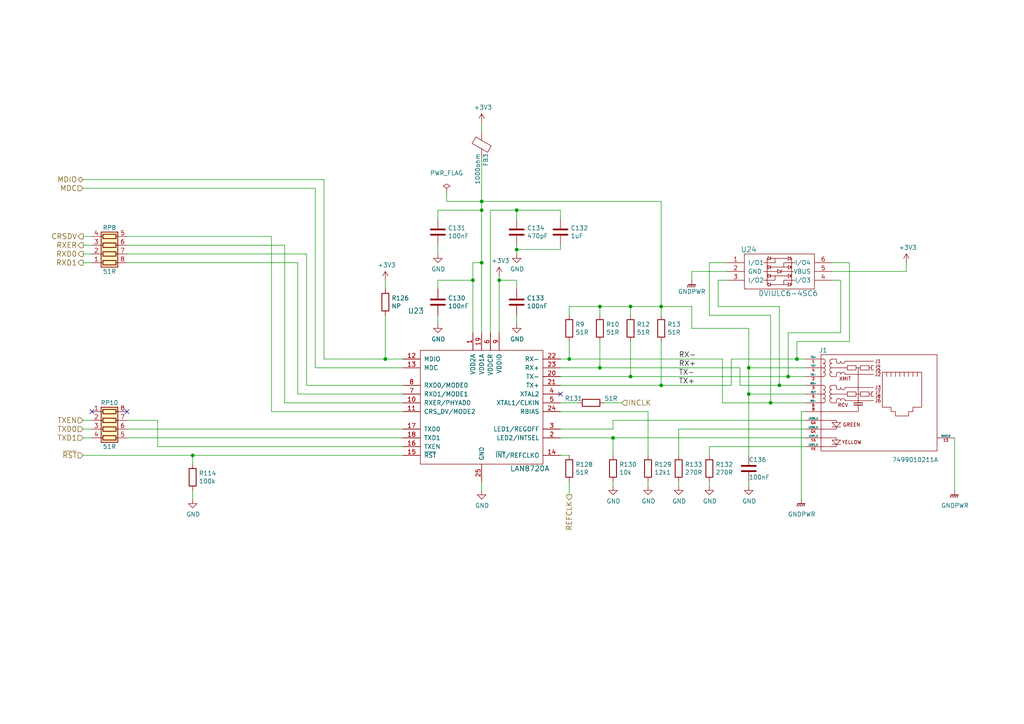
<source format=kicad_sch>
(kicad_sch (version 20211123) (generator eeschema)
  (paper "A4")
  (title_block (title "Ethernet Connector") (date "2016-06-19"))
  (lib_symbols
    (symbol "Device:C" (pin_numbers hide) (pin_names (offset 0.254))
      (property "Reference" "C" (at 0.635 2.54 0))
      (property "Value" "C" (at 0.635 -2.54 0))
      (symbol "C_0_1"
        (polyline (pts (xy -2.032 -0.762) (xy 2.032 -0.762)) (stroke (width 0.508)))
        (polyline (pts (xy -2.032 0.762) (xy 2.032 0.762)) (stroke (width 0.508)))
      )
      (symbol "C_1_1"
        (pin passive line (at 0 3.81 270) (length 2.794) (name "~") (number "1"))
        (pin passive line (at 0 -3.81 90) (length 2.794) (name "~") (number "2"))
      )
    )
    (symbol "Device:R" (pin_numbers hide) (pin_names (offset 0))
      (property "Reference" "R" (at 2.032 0 90))
      (property "Value" "R" (at 0 0 90))
      (symbol "R_0_1"
        (rectangle (start -1.016 -2.54) (end 1.016 2.54) (stroke (width 0.254)))
      )
      (symbol "R_1_1"
        (pin passive line (at 0 3.81 270) (length 1.27) (name "~") (number "1"))
        (pin passive line (at 0 -3.81 90) (length 1.27) (name "~") (number "2"))
      )
    )
    (symbol "Device:R_Pack04" (pin_names (offset 0) hide)
      (property "Reference" "RN" (at -7.62 0 90))
      (property "Value" "R_Pack04" (at 5.08 0 90))
      (symbol "R_Pack04_0_1"
        (rectangle (start -6.35 -2.413) (end 3.81 2.413) (stroke (width 0.254)) (fill (type background)))
        (rectangle (start -5.715 1.905) (end -4.445 -1.905) (stroke (width 0.254)))
        (rectangle (start -3.175 1.905) (end -1.905 -1.905) (stroke (width 0.254)))
        (rectangle (start -0.635 1.905) (end 0.635 -1.905) (stroke (width 0.254)))
        (polyline (pts (xy -5.08 -2.54) (xy -5.08 -1.905)))
        (polyline (pts (xy -5.08 1.905) (xy -5.08 2.54)))
        (polyline (pts (xy -2.54 -2.54) (xy -2.54 -1.905)))
        (polyline (pts (xy -2.54 1.905) (xy -2.54 2.54)))
        (polyline (pts (xy 0 -2.54) (xy 0 -1.905)))
        (polyline (pts (xy 0 1.905) (xy 0 2.54)))
        (polyline (pts (xy 2.54 -2.54) (xy 2.54 -1.905)))
        (polyline (pts (xy 2.54 1.905) (xy 2.54 2.54)))
        (rectangle (start 1.905 1.905) (end 3.175 -1.905) (stroke (width 0.254)))
      )
      (symbol "R_Pack04_1_1"
        (pin passive line (at -5.08 -5.08 90) (length 2.54) (name "R1.1") (number "1"))
        (pin passive line (at -2.54 -5.08 90) (length 2.54) (name "R2.1") (number "2"))
        (pin passive line (at 0 -5.08 90) (length 2.54) (name "R3.1") (number "3"))
        (pin passive line (at 2.54 -5.08 90) (length 2.54) (name "R4.1") (number "4"))
        (pin passive line (at 2.54 5.08 270) (length 2.54) (name "R4.2") (number "5"))
        (pin passive line (at 0 5.08 270) (length 2.54) (name "R3.2") (number "6"))
        (pin passive line (at -2.54 5.08 270) (length 2.54) (name "R2.2") (number "7"))
        (pin passive line (at -5.08 5.08 270) (length 2.54) (name "R1.2") (number "8"))
      )
    )
    (symbol "Mainboard-rescue:+3.3V-power" (power) (pin_names (offset 0))
      (property "Value" "+3.3V-power" (at 0 3.556 0))
      (symbol "+3.3V-power_0_1"
        (polyline (pts (xy -0.762 1.27) (xy 0 2.54)))
        (polyline (pts (xy 0 0) (xy 0 2.54)))
        (polyline (pts (xy 0 2.54) (xy 0.762 1.27)))
      )
      (symbol "+3.3V-power_1_1"
        (pin power_in line (at 0 0 90) (length 0) hide (name "+3V3") (number "1"))
      )
    )
    (symbol "Mainboard-rescue:Ferrite_Bead-Device" (pin_numbers hide) (pin_names (offset 0))
      (property "Reference" "FB" (at -3.81 0.635 90))
      (property "Value" "Ferrite_Bead-Device" (at 3.81 0 90))
      (symbol "Ferrite_Bead-Device_0_1"
        (polyline (pts (xy 0 -1.27) (xy 0 -1.2192)))
        (polyline (pts (xy 0 1.27) (xy 0 1.2954)))
        (polyline (pts (xy -2.7686 0.4064) (xy -1.7018 2.2606) (xy 2.7686 -0.3048) (xy 1.6764 -2.159) (xy -2.7686 0.4064)))
      )
      (symbol "Ferrite_Bead-Device_1_1"
        (pin passive line (at 0 3.81 270) (length 2.54) (name "~") (number "1"))
        (pin passive line (at 0 -3.81 90) (length 2.54) (name "~") (number "2"))
      )
    )
    (symbol "Mainboard-rescue:GND-power" (power) (pin_names (offset 0))
      (property "Value" "GND-power" (at 0 -3.81 0))
      (symbol "GND-power_0_1"
        (polyline (pts (xy 0 0) (xy 0 -1.27) (xy 1.27 -1.27) (xy 0 -2.54) (xy -1.27 -1.27) (xy 0 -1.27)))
      )
      (symbol "GND-power_1_1"
        (pin power_in line (at 0 0 270) (length 0) hide (name "GND") (number "1"))
      )
    )
    (symbol "Mainboard-rescue:GNDPWR-power" (power) (pin_names (offset 0))
      (property "Value" "GNDPWR-power" (at 0 -3.302 0))
      (symbol "GNDPWR-power_0_1"
        (polyline (pts (xy 0 -1.27) (xy 0 0)))
        (polyline (pts (xy -1.016 -1.27) (xy -1.27 -2.032) (xy -1.27 -2.032)) (stroke (width 0.2032)))
        (polyline (pts (xy -0.508 -1.27) (xy -0.762 -2.032) (xy -0.762 -2.032)) (stroke (width 0.2032)))
        (polyline (pts (xy 0 -1.27) (xy -0.254 -2.032) (xy -0.254 -2.032)) (stroke (width 0.2032)))
        (polyline (pts (xy 0.508 -1.27) (xy 0.254 -2.032) (xy 0.254 -2.032)) (stroke (width 0.2032)))
        (polyline (pts (xy 1.016 -1.27) (xy -1.016 -1.27) (xy -1.016 -1.27)) (stroke (width 0.2032)))
        (polyline (pts (xy 1.016 -1.27) (xy 0.762 -2.032) (xy 0.762 -2.032) (xy 0.762 -2.032)) (stroke (width 0.2032)))
      )
      (symbol "GNDPWR-power_1_1"
        (pin power_in line (at 0 0 270) (length 0) hide (name "GNDPWR") (number "1"))
      )
    )
    (symbol "Mainboard-rescue:PWR_FLAG-power" (power) (pin_numbers hide) (pin_names (offset 0) hide)
      (property "Value" "PWR_FLAG-power" (at 0 3.81 0))
      (symbol "PWR_FLAG-power_0_0"
        (pin power_out line (at 0 0 90) (length 0) (name "pwr") (number "1"))
      )
      (symbol "PWR_FLAG-power_0_1"
        (polyline (pts (xy 0 0) (xy 0 1.27) (xy -1.016 1.905) (xy 0 2.54) (xy 1.016 1.905) (xy 0 1.27)))
      )
    )
    (symbol "Mainboard:DVIULC6-4SC6" (pin_names (offset 1.016))
      (property "Reference" "U" (at -8.89 6.35 0))
      (property "Value" "DVIULC6-4SC6" (at 2.54 -6.35 0))
      (symbol "DVIULC6-4SC6_0_1"
        (rectangle (start -10.16 5.08) (end 10.16 -5.08))
        (polyline (pts (xy -3.556 0) (xy -4.572 0)))
        (polyline (pts (xy -3.556 3.81) (xy -3.556 -3.81)))
        (polyline (pts (xy -3.302 -3.81) (xy -3.556 -3.81)))
        (polyline (pts (xy -3.302 -1.27) (xy -3.556 -1.27)))
        (polyline (pts (xy -3.302 1.27) (xy -3.556 1.27)))
        (polyline (pts (xy -3.302 3.81) (xy -3.556 3.81)))
        (polyline (pts (xy -2.54 -3.81) (xy 2.54 -3.81)))
        (polyline (pts (xy -2.54 -3.302) (xy -2.54 -4.318)))
        (polyline (pts (xy -2.54 -1.27) (xy 2.54 -1.27)))
        (polyline (pts (xy -2.54 -0.762) (xy -2.54 -1.778)))
        (polyline (pts (xy -2.54 1.27) (xy 2.54 1.27)))
        (polyline (pts (xy -2.54 1.778) (xy -2.54 0.762)))
        (polyline (pts (xy -2.54 3.81) (xy 2.54 3.81)))
        (polyline (pts (xy -2.54 4.318) (xy -2.54 3.302)))
        (polyline (pts (xy -1.27 2.54) (xy -4.572 2.54)))
        (polyline (pts (xy -1.27 3.81) (xy -1.27 2.54)))
        (polyline (pts (xy -0.508 0) (xy -3.556 0)))
        (polyline (pts (xy 0.508 0) (xy 3.556 0)))
        (polyline (pts (xy 3.302 -3.81) (xy 3.556 -3.81)))
        (polyline (pts (xy 3.302 -3.302) (xy 3.302 -4.318)))
        (polyline (pts (xy 3.302 -1.778) (xy 3.302 -0.762)))
        (polyline (pts (xy 3.302 -1.27) (xy 3.556 -1.27)))
        (polyline (pts (xy 3.302 1.27) (xy 3.556 1.27)))
        (polyline (pts (xy 3.302 1.778) (xy 3.302 0.762)))
        (polyline (pts (xy 3.302 3.81) (xy 3.556 3.81)))
        (polyline (pts (xy 3.302 4.318) (xy 3.302 3.302)))
        (polyline (pts (xy 3.556 0) (xy 4.064 0)))
        (polyline (pts (xy 3.556 3.81) (xy 3.556 -3.81)))
        (polyline (pts (xy -4.572 -2.54) (xy -1.27 -2.54) (xy -1.27 -1.27)))
        (polyline (pts (xy 1.27 -3.81) (xy 1.27 -2.54) (xy 4.572 -2.54)))
        (polyline (pts (xy 1.27 1.27) (xy 1.27 2.54) (xy 4.572 2.54)))
        (polyline (pts (xy -3.302 -3.302) (xy -3.302 -4.318) (xy -2.54 -3.81) (xy -3.302 -3.302)))
        (polyline (pts (xy -3.302 -0.762) (xy -3.302 -1.778) (xy -2.54 -1.27) (xy -3.302 -0.762)))
        (polyline (pts (xy -3.302 1.778) (xy -3.302 0.762) (xy -2.54 1.27) (xy -3.302 1.778)))
        (polyline (pts (xy -3.302 3.302) (xy -3.302 4.318) (xy -2.54 3.81) (xy -3.302 3.302)))
        (polyline (pts (xy -0.508 0.508) (xy -0.508 -0.508) (xy 0.508 0) (xy -0.508 0.508)))
        (polyline (pts (xy 0.762 0.508) (xy 0.508 0.254) (xy 0.508 -0.254) (xy 0.254 -0.508)))
        (polyline (pts (xy 2.54 -3.302) (xy 2.54 -4.318) (xy 3.302 -3.81) (xy 2.54 -3.302)))
        (polyline (pts (xy 2.54 3.302) (xy 2.54 4.318) (xy 3.302 3.81) (xy 2.54 3.302)))
        (polyline (pts (xy 3.302 -1.27) (xy 2.54 -0.762) (xy 2.54 -1.778) (xy 3.302 -1.27)))
        (polyline (pts (xy 3.302 1.27) (xy 2.54 0.762) (xy 2.54 1.778) (xy 3.302 1.27)))
      )
      (symbol "DVIULC6-4SC6_1_1"
        (pin passive line (at -15.24 2.54 0) (length 5.08) (name "I/O1") (number "1"))
        (pin passive line (at -15.24 0 0) (length 5.08) (name "GND") (number "2"))
        (pin passive line (at -15.24 -2.54 0) (length 5.08) (name "I/O2") (number "3"))
        (pin passive line (at 15.24 -2.54 180) (length 5.08) (name "I/O3") (number "4"))
        (pin passive line (at 15.24 0 180) (length 5.08) (name "VBUS") (number "5"))
        (pin passive line (at 15.24 2.54 180) (length 5.08) (name "I/O4") (number "6"))
      )
    )
    (symbol "Mainboard:LAN8720A-CP" (pin_names (offset 1.016))
      (property "Reference" "U" (at -19.05 17.78 0))
      (property "Value" "LAN8720A-CP" (at 12.7 -19.05 0))
      (symbol "LAN8720A-CP_0_1"
        (rectangle (start -17.78 15.24) (end 17.78 -17.78))
      )
      (symbol "LAN8720A-CP_1_1"
        (pin power_in line (at -2.54 20.32 270) (length 5.08) (name "VDD2A") (number "1"))
        (pin bidirectional line (at -22.86 0 0) (length 5.08) (name "RXER/PHYAD0") (number "10"))
        (pin bidirectional line (at -22.86 -2.54 0) (length 5.08) (name "CRS_DV/MODE2") (number "11"))
        (pin bidirectional line (at -22.86 12.7 0) (length 5.08) (name "MDIO") (number "12"))
        (pin input line (at -22.86 10.16 0) (length 5.08) (name "MDC") (number "13"))
        (pin bidirectional line (at 22.86 -15.24 180) (length 5.08) (name "~{INT}/REFCLKO") (number "14"))
        (pin input line (at -22.86 -15.24 0) (length 5.08) (name "~{RST}") (number "15"))
        (pin input line (at -22.86 -12.7 0) (length 5.08) (name "TXEN") (number "16"))
        (pin input line (at -22.86 -7.62 0) (length 5.08) (name "TXD0") (number "17"))
        (pin input line (at -22.86 -10.16 0) (length 5.08) (name "TXD1") (number "18"))
        (pin power_in line (at 0 20.32 270) (length 5.08) (name "VDD1A") (number "19"))
        (pin bidirectional line (at 22.86 -10.16 180) (length 5.08) (name "LED2/INTSEL") (number "2"))
        (pin bidirectional line (at 22.86 7.62 180) (length 5.08) (name "TX-") (number "20"))
        (pin bidirectional line (at 22.86 5.08 180) (length 5.08) (name "TX+") (number "21"))
        (pin bidirectional line (at 22.86 12.7 180) (length 5.08) (name "RX-") (number "22"))
        (pin bidirectional line (at 22.86 10.16 180) (length 5.08) (name "RX+") (number "23"))
        (pin passive line (at 22.86 -2.54 180) (length 5.08) (name "RBIAS") (number "24"))
        (pin power_in line (at 0 -22.86 90) (length 5.08) (name "GND") (number "25"))
        (pin bidirectional line (at 22.86 -7.62 180) (length 5.08) (name "LED1/REGOFF") (number "3"))
        (pin output line (at 22.86 2.54 180) (length 5.08) (name "XTAL2") (number "4"))
        (pin input line (at 22.86 0 180) (length 5.08) (name "XTAL1/CLKIN") (number "5"))
        (pin passive line (at 2.54 20.32 270) (length 5.08) (name "VDDCR") (number "6"))
        (pin bidirectional line (at -22.86 2.54 0) (length 5.08) (name "RXD1/MODE1") (number "7"))
        (pin bidirectional line (at -22.86 5.08 0) (length 5.08) (name "RXD0/MODE0") (number "8"))
        (pin power_in line (at 5.08 20.32 270) (length 5.08) (name "VDDIO") (number "9"))
      )
    )
    (symbol "Mainboard:Wuerth_7499010211A" (pin_names (offset 0))
      (property "Reference" "J" (at 2.54 15.24 0))
      (property "Value" "Wuerth_7499010211A" (at -1.27 15.24 0))
      (symbol "Wuerth_7499010211A_0_0"
        (polyline (pts (xy -17.78 -12.065) (xy -20.32 -12.065) (xy -20.32 -12.065)))
        (polyline (pts (xy -17.78 -6.985) (xy -20.32 -6.985) (xy -20.32 -6.985)))
        (polyline (pts (xy -12.7 2.54) (xy -12.7 0) (xy -12.7 0)))
        (polyline (pts (xy -12.7 10.16) (xy -12.7 2.54) (xy -12.7 2.54)))
        (polyline (pts (xy -11.43 -0.635) (xy -13.97 -0.635) (xy -13.97 -0.635)) (stroke (width 0.254)))
        (polyline (pts (xy -8.89 2.54) (xy -9.525 2.54) (xy -9.525 2.54)))
        (polyline (pts (xy -8.89 10.16) (xy -9.525 10.16) (xy -9.525 10.16)))
        (polyline (pts (xy -23.495 -12.7) (xy -19.05 -12.7) (xy -19.05 -12.065) (xy -19.05 -12.065)))
        (polyline (pts (xy -23.495 -10.16) (xy -19.05 -10.16) (xy -19.05 -10.795) (xy -19.05 -10.795)))
        (polyline (pts (xy -23.495 -5.08) (xy -19.05 -5.08) (xy -19.05 -5.715) (xy -19.05 -5.715)))
        (polyline (pts (xy -19.05 -6.985) (xy -19.05 -7.62) (xy -23.495 -7.62) (xy -22.86 -7.62)))
        (polyline (pts (xy -12.7 -0.635) (xy -12.7 -2.54) (xy -23.495 -2.54) (xy -22.225 -2.54)))
        (polyline (pts (xy -11.43 0) (xy -13.335 0) (xy -13.97 0) (xy -13.97 0)) (stroke (width 0.254)))
        (polyline (pts (xy -20.32 -5.715) (xy -17.78 -5.715) (xy -19.05 -6.985) (xy -20.32 -5.715) (xy -20.32 -5.715)))
        (polyline (pts (xy -17.78 -10.795) (xy -20.32 -10.795) (xy -19.05 -12.065) (xy -17.78 -10.795) (xy -17.78 -10.795)))
        (polyline (pts (xy -8.255 3.175) (xy -8.89 3.175) (xy -8.89 1.905) (xy -8.255 1.905) (xy -8.255 1.905)))
        (polyline (pts (xy -8.255 10.795) (xy -8.89 10.795) (xy -8.89 9.525) (xy -8.255 9.525) (xy -8.255 9.525)))
        (text "GREEN" (at -14.605 -6.35 0) (effects (font (size 1.016 1.016))))
        (text "J1" (at -6.985 12.065 0) (effects (font (size 1.016 1.016))))
        (text "J2" (at -6.985 8.255 0) (effects (font (size 1.016 1.016))))
        (text "J3" (at -6.985 4.445 0) (effects (font (size 1.016 1.016))))
        (text "J4" (at -6.985 10.16 0) (effects (font (size 0.889 0.889)) (justify bottom)))
        (text "J5" (at -6.985 9.525 0) (effects (font (size 0.889 0.889))))
        (text "J6" (at -6.985 0.635 0) (effects (font (size 1.016 1.016))))
        (text "J7" (at -6.985 2.54 0) (effects (font (size 0.889 0.889)) (justify bottom)))
        (text "J8" (at -6.985 1.905 0) (effects (font (size 0.889 0.889))))
        (text "RCV" (at -17.145 -0.635 0) (effects (font (size 1.016 1.016))))
        (text "XMIT" (at -16.51 6.985 0) (effects (font (size 1.016 1.016))))
        (text "YELLOW" (at -14.605 -11.43 0) (effects (font (size 1.016 1.016))))
      )
      (symbol "Wuerth_7499010211A_0_1"
        (rectangle (start -23.495 -13.97) (end 10.16 13.97))
        (arc (start -22.86 0) (mid -22.225 0.635) (end -22.86 1.27))
        (arc (start -22.86 1.27) (mid -22.225 1.905) (end -22.86 2.54))
        (arc (start -22.86 2.54) (mid -22.225 3.175) (end -22.86 3.81))
        (arc (start -22.86 3.81) (mid -22.225 4.445) (end -22.86 5.08))
        (arc (start -22.86 7.62) (mid -22.225 8.255) (end -22.86 8.89))
        (arc (start -22.86 8.89) (mid -22.225 9.525) (end -22.86 10.16))
        (arc (start -22.86 10.16) (mid -22.225 10.795) (end -22.86 11.43))
        (arc (start -22.86 11.43) (mid -22.225 12.065) (end -22.86 12.7))
        (arc (start -20.32 1.27) (mid -20.955 0.635) (end -20.32 0))
        (arc (start -20.32 2.54) (mid -20.955 1.905) (end -20.32 1.27))
        (arc (start -20.32 3.81) (mid -20.955 3.175) (end -20.32 2.54))
        (arc (start -20.32 5.08) (mid -20.955 4.445) (end -20.32 3.81))
        (arc (start -20.32 8.89) (mid -20.955 8.255) (end -20.32 7.62))
        (arc (start -20.32 10.16) (mid -20.955 9.525) (end -20.32 8.89))
        (arc (start -20.32 11.43) (mid -20.955 10.795) (end -20.32 10.16))
        (arc (start -20.32 12.7) (mid -20.955 12.065) (end -20.32 11.43))
        (arc (start -19.05 4.445) (mid -18.415 3.81) (end -17.78 4.445))
        (arc (start -19.05 12.065) (mid -18.415 11.43) (end -17.78 12.065))
        (arc (start -17.78 0.635) (mid -18.415 1.27) (end -19.05 0.635))
        (arc (start -17.78 4.445) (mid -17.145 3.81) (end -16.51 4.445))
        (arc (start -17.78 8.255) (mid -18.415 8.89) (end -19.05 8.255))
        (arc (start -17.78 12.065) (mid -17.145 11.43) (end -16.51 12.065))
        (arc (start -16.51 0.635) (mid -17.145 1.27) (end -17.78 0.635))
        (arc (start -16.51 8.255) (mid -17.145 8.89) (end -17.78 8.255))
        (rectangle (start -15.875 3.175) (end -13.335 1.905))
        (rectangle (start -15.875 10.795) (end -13.335 9.525))
        (rectangle (start -12.065 3.175) (end -9.525 1.905))
        (rectangle (start -12.065 10.795) (end -9.525 9.525))
        (polyline (pts (xy -22.86 0) (xy -23.495 0) (xy -23.495 0)))
        (polyline (pts (xy -22.86 2.54) (xy -23.495 2.54) (xy -23.495 2.54)))
        (polyline (pts (xy -22.86 5.08) (xy -23.495 5.08) (xy -23.495 5.08)))
        (polyline (pts (xy -22.86 7.62) (xy -23.495 7.62) (xy -23.495 7.62)))
        (polyline (pts (xy -22.86 10.16) (xy -23.495 10.16) (xy -23.495 10.16)))
        (polyline (pts (xy -16.51 0.635) (xy -8.255 0.635) (xy -8.255 0.635)))
        (polyline (pts (xy -16.51 4.445) (xy -8.255 4.445) (xy -8.255 4.445)))
        (polyline (pts (xy -16.51 8.255) (xy -8.255 8.255) (xy -8.255 8.255)))
        (polyline (pts (xy -16.51 12.065) (xy -8.255 12.065) (xy -8.255 12.065)))
        (polyline (pts (xy -13.335 2.54) (xy -12.065 2.54) (xy -12.065 2.54)))
        (polyline (pts (xy -13.335 10.16) (xy -12.065 10.16) (xy -12.065 10.16)))
        (polyline (pts (xy -4.445 7.62) (xy -4.445 8.89) (xy -4.445 8.89)))
        (polyline (pts (xy -3.175 8.89) (xy -3.175 7.62) (xy -3.175 7.62)))
        (polyline (pts (xy -1.905 8.89) (xy -1.905 7.62) (xy -1.905 7.62)))
        (polyline (pts (xy -0.635 8.89) (xy -0.635 7.62) (xy -0.635 7.62)))
        (polyline (pts (xy 0.635 8.89) (xy 0.635 7.62) (xy 0.635 7.62)))
        (polyline (pts (xy 1.905 8.89) (xy 1.905 7.62) (xy 1.905 7.62)))
        (polyline (pts (xy 3.175 7.62) (xy 3.175 8.89) (xy 3.175 8.89)))
        (polyline (pts (xy 4.445 7.62) (xy 4.445 8.89) (xy 4.445 8.89)))
        (polyline (pts (xy -22.86 12.7) (xy -23.495 12.7) (xy -23.495 12.7) (xy -23.495 12.7)))
        (polyline (pts (xy -19.05 0.635) (xy -19.05 0) (xy -20.32 0) (xy -20.32 0)))
        (polyline (pts (xy -19.05 8.255) (xy -19.05 7.62) (xy -20.32 7.62) (xy -20.32 7.62)))
        (polyline (pts (xy -15.875 2.54) (xy -20.32 2.54) (xy -20.32 2.54) (xy -20.32 2.54)))
        (polyline (pts (xy -15.875 10.16) (xy -20.32 10.16) (xy -20.32 10.16) (xy -20.32 10.16)))
        (polyline (pts (xy -20.32 5.08) (xy -19.05 5.08) (xy -19.05 4.445) (xy -19.05 4.445) (xy -19.05 4.445) (xy -19.05 4.445)))
        (polyline (pts (xy -20.32 12.7) (xy -19.05 12.7) (xy -19.05 12.065) (xy -19.05 12.065) (xy -19.05 12.065) (xy -19.05 12.065)))
        (polyline (pts (xy -5.715 8.89) (xy 5.715 8.89) (xy 5.715 -1.27) (xy 3.175 -1.27) (xy 3.175 -2.54) (xy 1.905 -2.54) (xy 1.905 -3.81) (xy -1.905 -3.81) (xy -1.905 -2.54) (xy -3.175 -2.54) (xy -3.175 -1.27) (xy -5.715 -1.27) (xy -5.715 8.89) (xy -5.715 8.89)))
      )
      (symbol "Wuerth_7499010211A_1_1"
        (pin passive line (at -27.94 12.7 0) (length 4.445) (name "TD+") (number "1"))
        (pin passive line (at 15.24 -10.16 180) (length 5.08) (name "SHIELD") (number "13"))
        (pin passive line (at -27.94 7.62 0) (length 4.445) (name "TD-") (number "2"))
        (pin passive line (at -27.94 5.08 0) (length 4.445) (name "RD+") (number "3"))
        (pin passive line (at -27.94 10.16 0) (length 4.445) (name "TCT") (number "4"))
        (pin passive line (at -27.94 2.54 0) (length 4.445) (name "RCT") (number "5"))
        (pin passive line (at -27.94 0 0) (length 4.445) (name "RD-") (number "6"))
        (pin passive line (at -27.94 -2.54 0) (length 4.445) (name "~") (number "8"))
        (pin passive line (at -27.94 -5.08 0) (length 4.445) (name "LEDG_A") (number "GA"))
        (pin passive line (at -27.94 -7.62 0) (length 4.445) (name "LEDG_K") (number "GK"))
        (pin passive line (at -27.94 -10.16 0) (length 4.445) (name "LEDY_A") (number "YA"))
        (pin passive line (at -27.94 -12.7 0) (length 4.445) (name "LEDY_K") (number "YK"))
      )
    )
  )
  (junction (at 137.16 81.28))
  (junction (at 191.77 88.9))
  (junction (at 217.17 114.3))
  (junction (at 149.86 72.39))
  (junction (at 217.17 106.68))
  (junction (at 55.88 132.08))
  (junction (at 144.78 81.28))
  (junction (at 165.1 104.14))
  (junction (at 149.86 60.96))
  (junction (at 173.99 106.68))
  (junction (at 177.8 127))
  (junction (at 139.7 58.42))
  (junction (at 182.88 109.22))
  (junction (at 139.7 76.2))
  (junction (at 111.76 104.14))
  (junction (at 191.77 111.76))
  (junction (at 223.52 116.84))
  (junction (at 173.99 88.9))
  (junction (at 226.06 111.76))
  (junction (at 231.14 104.14))
  (junction (at 139.7 60.96))
  (junction (at 182.88 88.9))
  (junction (at 228.6 109.22))
  (no_connect (at 162.56 114.3))
  (no_connect (at 36.83 119.38))
  (no_connect (at 26.67 119.38))
  (wire (pts (xy 142.24 60.96) (xy 149.86 60.96)))
  (wire (pts (xy 233.68 124.46) (xy 196.85 124.46)))
  (wire (pts (xy 162.56 106.68) (xy 173.99 106.68)))
  (wire (pts (xy 243.84 96.52) (xy 228.6 96.52)))
  (wire (pts (xy 162.56 111.76) (xy 191.77 111.76)))
  (wire (pts (xy 182.88 109.22) (xy 228.6 109.22)))
  (wire (pts (xy 24.13 127) (xy 26.67 127)))
  (wire (pts (xy 212.09 104.14) (xy 231.14 104.14)))
  (wire (pts (xy 24.13 73.66) (xy 26.67 73.66)))
  (wire (pts (xy 127 71.12) (xy 127 73.66)))
  (wire (pts (xy 149.86 71.12) (xy 149.86 72.39)))
  (wire (pts (xy 24.13 54.61) (xy 91.44 54.61)))
  (wire (pts (xy 276.86 127) (xy 276.86 142.24)))
  (wire (pts (xy 91.44 54.61) (xy 91.44 106.68)))
  (wire (pts (xy 200.66 88.9) (xy 200.66 95.25)))
  (wire (pts (xy 78.74 68.58) (xy 36.83 68.58)))
  (wire (pts (xy 55.88 132.08) (xy 116.84 132.08)))
  (wire (pts (xy 205.74 129.54) (xy 205.74 132.08)))
  (wire (pts (xy 36.83 121.92) (xy 45.72 121.92)))
  (wire (pts (xy 165.1 104.14) (xy 209.55 104.14)))
  (wire (pts (xy 226.06 111.76) (xy 233.68 111.76)))
  (wire (pts (xy 139.7 60.96) (xy 139.7 76.2)))
  (wire (pts (xy 162.56 104.14) (xy 165.1 104.14)))
  (wire (pts (xy 162.56 72.39) (xy 162.56 71.12)))
  (wire (pts (xy 116.84 116.84) (xy 82.55 116.84)))
  (wire (pts (xy 88.9 73.66) (xy 36.83 73.66)))
  (wire (pts (xy 111.76 81.28) (xy 111.76 83.82)))
  (wire (pts (xy 24.13 76.2) (xy 26.67 76.2)))
  (wire (pts (xy 78.74 119.38) (xy 116.84 119.38)))
  (wire (pts (xy 177.8 139.7) (xy 177.8 140.97)))
  (wire (pts (xy 149.86 63.5) (xy 149.86 60.96)))
  (wire (pts (xy 144.78 81.28) (xy 149.86 81.28)))
  (wire (pts (xy 217.17 106.68) (xy 217.17 114.3)))
  (wire (pts (xy 191.77 99.06) (xy 191.77 111.76)))
  (wire (pts (xy 226.06 111.76) (xy 226.06 88.9)))
  (wire (pts (xy 111.76 91.44) (xy 111.76 104.14)))
  (wire (pts (xy 137.16 81.28) (xy 137.16 96.52)))
  (wire (pts (xy 212.09 111.76) (xy 212.09 104.14)))
  (wire (pts (xy 191.77 88.9) (xy 191.77 91.44)))
  (wire (pts (xy 24.13 121.92) (xy 26.67 121.92)))
  (wire (pts (xy 93.98 52.07) (xy 24.13 52.07)))
  (wire (pts (xy 162.56 109.22) (xy 182.88 109.22)))
  (wire (pts (xy 187.96 119.38) (xy 187.96 132.08)))
  (wire (pts (xy 217.17 95.25) (xy 217.17 106.68)))
  (wire (pts (xy 173.99 106.68) (xy 214.63 106.68)))
  (wire (pts (xy 262.89 78.74) (xy 262.89 76.2)))
  (wire (pts (xy 173.99 88.9) (xy 182.88 88.9)))
  (wire (pts (xy 210.82 76.2) (xy 205.74 76.2)))
  (wire (pts (xy 149.86 60.96) (xy 162.56 60.96)))
  (wire (pts (xy 24.13 132.08) (xy 55.88 132.08)))
  (wire (pts (xy 127 93.98) (xy 127 91.44)))
  (wire (pts (xy 45.72 129.54) (xy 116.84 129.54)))
  (wire (pts (xy 55.88 142.24) (xy 55.88 144.78)))
  (wire (pts (xy 177.8 121.92) (xy 233.68 121.92)))
  (wire (pts (xy 144.78 80.01) (xy 144.78 81.28)))
  (wire (pts (xy 246.38 76.2) (xy 241.3 76.2)))
  (wire (pts (xy 231.14 104.14) (xy 233.68 104.14)))
  (wire (pts (xy 88.9 111.76) (xy 88.9 73.66)))
  (wire (pts (xy 137.16 76.2) (xy 139.7 76.2)))
  (wire (pts (xy 241.3 81.28) (xy 243.84 81.28)))
  (wire (pts (xy 111.76 104.14) (xy 116.84 104.14)))
  (wire (pts (xy 165.1 99.06) (xy 165.1 104.14)))
  (wire (pts (xy 177.8 121.92) (xy 177.8 124.46)))
  (wire (pts (xy 149.86 72.39) (xy 162.56 72.39)))
  (wire (pts (xy 129.54 55.88) (xy 129.54 58.42)))
  (wire (pts (xy 149.86 81.28) (xy 149.86 83.82)))
  (wire (pts (xy 93.98 104.14) (xy 111.76 104.14)))
  (wire (pts (xy 191.77 88.9) (xy 200.66 88.9)))
  (wire (pts (xy 24.13 124.46) (xy 26.67 124.46)))
  (wire (pts (xy 246.38 99.06) (xy 246.38 76.2)))
  (wire (pts (xy 162.56 132.08) (xy 165.1 132.08)))
  (wire (pts (xy 55.88 132.08) (xy 55.88 134.62)))
  (wire (pts (xy 209.55 116.84) (xy 223.52 116.84)))
  (wire (pts (xy 223.52 91.44) (xy 223.52 116.84)))
  (wire (pts (xy 214.63 106.68) (xy 214.63 111.76)))
  (wire (pts (xy 127 81.28) (xy 137.16 81.28)))
  (wire (pts (xy 175.26 116.84) (xy 180.34 116.84)))
  (wire (pts (xy 139.7 45.72) (xy 139.7 58.42)))
  (wire (pts (xy 78.74 119.38) (xy 78.74 68.58)))
  (wire (pts (xy 232.41 119.38) (xy 232.41 144.78)))
  (wire (pts (xy 191.77 111.76) (xy 212.09 111.76)))
  (wire (pts (xy 82.55 71.12) (xy 36.83 71.12)))
  (wire (pts (xy 162.56 119.38) (xy 187.96 119.38)))
  (wire (pts (xy 165.1 88.9) (xy 165.1 91.44)))
  (wire (pts (xy 36.83 127) (xy 116.84 127)))
  (wire (pts (xy 36.83 124.46) (xy 116.84 124.46)))
  (wire (pts (xy 231.14 104.14) (xy 231.14 99.06)))
  (wire (pts (xy 214.63 111.76) (xy 226.06 111.76)))
  (wire (pts (xy 241.3 78.74) (xy 262.89 78.74)))
  (wire (pts (xy 144.78 81.28) (xy 144.78 96.52)))
  (wire (pts (xy 233.68 129.54) (xy 205.74 129.54)))
  (wire (pts (xy 182.88 88.9) (xy 191.77 88.9)))
  (wire (pts (xy 173.99 91.44) (xy 173.99 88.9)))
  (wire (pts (xy 200.66 78.74) (xy 210.82 78.74)))
  (wire (pts (xy 139.7 58.42) (xy 139.7 60.96)))
  (wire (pts (xy 139.7 35.56) (xy 139.7 38.1)))
  (wire (pts (xy 191.77 58.42) (xy 191.77 88.9)))
  (wire (pts (xy 182.88 91.44) (xy 182.88 88.9)))
  (wire (pts (xy 127 63.5) (xy 127 60.96)))
  (wire (pts (xy 45.72 121.92) (xy 45.72 129.54)))
  (wire (pts (xy 91.44 106.68) (xy 116.84 106.68)))
  (wire (pts (xy 86.36 76.2) (xy 36.83 76.2)))
  (wire (pts (xy 129.54 58.42) (xy 139.7 58.42)))
  (wire (pts (xy 177.8 124.46) (xy 162.56 124.46)))
  (wire (pts (xy 127 60.96) (xy 139.7 60.96)))
  (wire (pts (xy 142.24 60.96) (xy 142.24 96.52)))
  (wire (pts (xy 86.36 114.3) (xy 86.36 76.2)))
  (wire (pts (xy 228.6 96.52) (xy 228.6 109.22)))
  (wire (pts (xy 208.28 81.28) (xy 210.82 81.28)))
  (wire (pts (xy 209.55 104.14) (xy 209.55 116.84)))
  (wire (pts (xy 217.17 106.68) (xy 233.68 106.68)))
  (wire (pts (xy 223.52 116.84) (xy 233.68 116.84)))
  (wire (pts (xy 165.1 88.9) (xy 173.99 88.9)))
  (wire (pts (xy 187.96 139.7) (xy 187.96 140.97)))
  (wire (pts (xy 127 83.82) (xy 127 81.28)))
  (wire (pts (xy 228.6 109.22) (xy 233.68 109.22)))
  (wire (pts (xy 196.85 139.7) (xy 196.85 140.97)))
  (wire (pts (xy 93.98 52.07) (xy 93.98 104.14)))
  (wire (pts (xy 82.55 116.84) (xy 82.55 71.12)))
  (wire (pts (xy 208.28 88.9) (xy 208.28 81.28)))
  (wire (pts (xy 177.8 127) (xy 177.8 132.08)))
  (wire (pts (xy 205.74 91.44) (xy 223.52 91.44)))
  (wire (pts (xy 233.68 119.38) (xy 232.41 119.38)))
  (wire (pts (xy 162.56 127) (xy 177.8 127)))
  (wire (pts (xy 162.56 60.96) (xy 162.56 63.5)))
  (wire (pts (xy 217.17 114.3) (xy 217.17 132.08)))
  (wire (pts (xy 24.13 68.58) (xy 26.67 68.58)))
  (wire (pts (xy 243.84 81.28) (xy 243.84 96.52)))
  (wire (pts (xy 231.14 99.06) (xy 246.38 99.06)))
  (wire (pts (xy 137.16 76.2) (xy 137.16 81.28)))
  (wire (pts (xy 226.06 88.9) (xy 208.28 88.9)))
  (wire (pts (xy 177.8 127) (xy 233.68 127)))
  (wire (pts (xy 182.88 99.06) (xy 182.88 109.22)))
  (wire (pts (xy 196.85 124.46) (xy 196.85 132.08)))
  (wire (pts (xy 217.17 139.7) (xy 217.17 140.97)))
  (wire (pts (xy 205.74 139.7) (xy 205.74 140.97)))
  (wire (pts (xy 86.36 114.3) (xy 116.84 114.3)))
  (wire (pts (xy 139.7 76.2) (xy 139.7 96.52)))
  (wire (pts (xy 24.13 71.12) (xy 26.67 71.12)))
  (wire (pts (xy 173.99 99.06) (xy 173.99 106.68)))
  (wire (pts (xy 205.74 76.2) (xy 205.74 91.44)))
  (wire (pts (xy 149.86 72.39) (xy 149.86 73.66)))
  (wire (pts (xy 233.68 114.3) (xy 217.17 114.3)))
  (wire (pts (xy 165.1 139.7) (xy 165.1 143.51)))
  (wire (pts (xy 200.66 81.28) (xy 200.66 78.74)))
  (wire (pts (xy 88.9 111.76) (xy 116.84 111.76)))
  (wire (pts (xy 149.86 91.44) (xy 149.86 93.98)))
  (wire (pts (xy 162.56 116.84) (xy 167.64 116.84)))
  (wire (pts (xy 200.66 95.25) (xy 217.17 95.25)))
  (wire (pts (xy 139.7 58.42) (xy 191.77 58.42)))
  (wire (pts (xy 139.7 142.24) (xy 139.7 139.7)))
  (label "RX-" (at 196.85 104.14 0) (effects (font (size 1.524 1.524))))
  (label "TX-" (at 196.85 109.22 0) (effects (font (size 1.524 1.524))))
  (label "RX+" (at 196.85 106.68 0) (effects (font (size 1.524 1.524))))
  (label "TX+" (at 196.85 111.76 0) (effects (font (size 1.524 1.524))))
  (hierarchical_label "TXD1" (shape input) (at 24.13 127 180) (effects (font (size 1.524 1.524))))
  (hierarchical_label "RXD1" (shape output) (at 24.13 76.2 180) (effects (font (size 1.524 1.524))))
  (hierarchical_label "RXD0" (shape output) (at 24.13 73.66 180) (effects (font (size 1.524 1.524))))
  (hierarchical_label "TXEN" (shape input) (at 24.13 121.92 180) (effects (font (size 1.524 1.524))))
  (hierarchical_label "INCLK" (shape input) (at 180.34 116.84 0) (effects (font (size 1.524 1.524))))
  (hierarchical_label "TXD0" (shape input) (at 24.13 124.46 180) (effects (font (size 1.524 1.524))))
  (hierarchical_label "MDC" (shape input) (at 24.13 54.61 180) (effects (font (size 1.524 1.524))))
  (hierarchical_label "RXER" (shape output) (at 24.13 71.12 180) (effects (font (size 1.524 1.524))))
  (hierarchical_label "~{RST}" (shape input) (at 24.13 132.08 180) (effects (font (size 1.524 1.524))))
  (hierarchical_label "MDIO" (shape bidirectional) (at 24.13 52.07 180) (effects (font (size 1.524 1.524))))
  (hierarchical_label "CRSDV" (shape output) (at 24.13 68.58 180) (effects (font (size 1.524 1.524))))
  (hierarchical_label "REFCLK" (shape output) (at 165.1 143.51 270) (effects (font (size 1.524 1.524))))
  (symbol (lib_id "Mainboard:Wuerth_7499010211A") (at 261.62 116.84 0) (unit 1)
    (property "Reference" "J1" (at 238.76 101.6 0))
    (property "Value" "7499010211A" (at 265.43 133.35 0))
    (property "Footprint" "Various:7499010211A" (effects hide))
    (property "Manufacturer" "Würth Elektronik" (effects hide))
    (property "Type" "7499010211A" (effects hide))
    (property "Source" "Farnell" (effects hide))
    (property "Order Number" "2356127" (effects hide))
  )
  (symbol (lib_id "Mainboard:LAN8720A-CP") (at 139.7 116.84 0) (unit 1)
    (property "Reference" "U23" (at 120.65 90.17 0) (effects (font (size 1.524 1.524))))
    (property "Value" "LAN8720A" (at 153.67 135.89 0) (effects (font (size 1.524 1.524))))
    (property "Footprint" "QFN:QFN_24" (effects hide))
    (property "Manufacturer" "MICROCHIP" (effects hide))
    (property "Type" "LAN8720A-CP" (effects hide))
    (property "Source" "Farnell" (effects hide))
    (property "Order Number" "2292577" (effects hide))
  )
  (symbol (lib_id "Device:C") (at 217.17 135.89 0) (unit 1)
    (property "Reference" "C136" (at 217.17 133.35 0) (effects (justify left)))
    (property "Value" "100nF" (at 217.17 138.43 0) (effects (justify left)))
    (property "Footprint" "Capacitors_SMD:C_0603_HandSoldering" (effects hide))
  )
  (symbol (lib_id "Device:R") (at 196.85 135.89 0) (unit 1)
    (property "Reference" "R133" (at 198.628 134.7216 0) (effects (justify left)))
    (property "Value" "270R" (at 198.628 137.033 0) (effects (justify left)))
    (property "Footprint" "Resistors_SMD:R_0603_HandSoldering" (effects hide))
    (property "Manufacturer" "Value" (effects hide))
    (property "Type" "Value" (effects hide))
    (property "Source" "Farnell" (effects hide))
    (property "Order Number" "Value" (effects hide))
  )
  (symbol (lib_id "Device:R") (at 205.74 135.89 0) (unit 1)
    (property "Reference" "R132" (at 207.518 134.7216 0) (effects (justify left)))
    (property "Value" "270R" (at 207.518 137.033 0) (effects (justify left)))
    (property "Footprint" "Resistors_SMD:R_0603_HandSoldering" (effects hide))
    (property "Manufacturer" "Value" (effects hide))
    (property "Type" "Value" (effects hide))
    (property "Source" "Farnell" (effects hide))
    (property "Order Number" "Value" (effects hide))
  )
  (symbol (lib_id "Mainboard-rescue:+3.3V-power") (at 262.89 76.2 0) (unit 1)
    (property "Reference" "#PWR0251" (effects hide))
    (property "Value" "+3.3V" (at 263.271 71.8058 0))
  )
  (symbol (lib_id "Mainboard-rescue:GND-power") (at 217.17 140.97 0) (unit 1)
    (property "Reference" "#PWR0252" (effects hide))
    (property "Value" "GND" (at 217.297 145.3642 0))
  )
  (symbol (lib_id "Mainboard-rescue:GNDPWR-power") (at 232.41 144.78 0) (unit 1)
    (property "Reference" "#PWR0253" (effects hide))
    (property "Value" "GNDPWR" (at 232.537 149.1742 0))
  )
  (symbol (lib_id "Mainboard-rescue:GNDPWR-power") (at 276.86 142.24 0) (unit 1)
    (property "Reference" "#PWR0254" (effects hide))
    (property "Value" "GNDPWR" (at 276.987 146.6342 0))
  )
  (symbol (lib_id "Device:R") (at 187.96 135.89 0) (unit 1)
    (property "Reference" "R129" (at 189.738 134.7216 0) (effects (justify left)))
    (property "Value" "12k1" (at 189.738 137.033 0) (effects (justify left)))
    (property "Footprint" "Resistors_SMD:R_0603_HandSoldering" (effects hide))
  )
  (symbol (lib_id "Mainboard-rescue:GND-power") (at 196.85 140.97 0) (unit 1)
    (property "Reference" "#PWR0255" (effects hide))
    (property "Value" "GND" (at 196.977 145.3642 0))
  )
  (symbol (lib_id "Device:R") (at 177.8 135.89 0) (unit 1)
    (property "Reference" "R130" (at 179.578 134.7216 0) (effects (justify left)))
    (property "Value" "10k" (at 179.578 137.033 0) (effects (justify left)))
    (property "Footprint" "Resistors_SMD:R_0603_HandSoldering" (effects hide))
  )
  (symbol (lib_id "Device:R") (at 171.45 116.84 90) (unit 1)
    (property "Reference" "R131" (at 168.91 115.57 90) (effects (justify left)))
    (property "Value" "51R" (at 175.26 115.57 90) (effects (justify right)))
    (property "Footprint" "Resistors_SMD:R_0603_HandSoldering" (effects hide))
    (property "Manufacturer" "Value" (effects hide))
    (property "Type" "Value" (effects hide))
    (property "Source" "Farnell" (effects hide))
    (property "Order Number" "Value" (effects hide))
  )
  (symbol (lib_id "Mainboard-rescue:GND-power") (at 139.7 142.24 0) (unit 1)
    (property "Reference" "#PWR0256" (effects hide))
    (property "Value" "GND" (at 139.827 146.6342 0))
  )
  (symbol (lib_id "Device:R") (at 55.88 138.43 0) (unit 1)
    (property "Reference" "R114" (at 57.658 137.2616 0) (effects (justify left)))
    (property "Value" "100k" (at 57.658 139.573 0) (effects (justify left)))
    (property "Footprint" "Resistors_SMD:R_0603_HandSoldering" (effects hide))
  )
  (symbol (lib_id "Mainboard-rescue:Ferrite_Bead-Device") (at 139.7 41.91 180) (unit 1)
    (property "Reference" "FB3" (at 140.8684 44.5008 90) (effects (justify left)))
    (property "Value" "1000ohm" (at 138.557 44.5008 90) (effects (justify left)))
    (property "Footprint" "Resistors_SMD:R_0603_HandSoldering" (effects hide))
    (property "Manufacturer" "Murata" (effects hide))
    (property "Type" "BLM18AG102SN1D" (effects hide))
    (property "Source" "Farnell" (effects hide))
    (property "Order Number" "1515671" (effects hide))
  )
  (symbol (lib_id "Device:C") (at 149.86 67.31 0) (unit 1)
    (property "Reference" "C134" (at 152.8572 66.1416 0) (effects (justify left)))
    (property "Value" "470pF" (at 152.8572 68.453 0) (effects (justify left)))
    (property "Footprint" "Capacitors_SMD:C_0603_HandSoldering" (effects hide))
  )
  (symbol (lib_id "Device:C") (at 162.56 67.31 0) (unit 1)
    (property "Reference" "C132" (at 165.481 66.1416 0) (effects (justify left)))
    (property "Value" "1uF" (at 165.481 68.453 0) (effects (justify left)))
    (property "Footprint" "Capacitors_SMD:C_0603_HandSoldering" (effects hide))
  )
  (symbol (lib_id "Mainboard-rescue:+3.3V-power") (at 139.7 35.56 0) (unit 1)
    (property "Reference" "#PWR0257" (effects hide))
    (property "Value" "+3.3V" (at 140.081 31.1658 0))
  )
  (symbol (lib_id "Mainboard-rescue:GND-power") (at 149.86 73.66 0) (unit 1)
    (property "Reference" "#PWR0258" (effects hide))
    (property "Value" "GND" (at 149.987 78.0542 0))
  )
  (symbol (lib_id "Device:C") (at 149.86 87.63 0) (unit 1)
    (property "Reference" "C133" (at 152.781 86.4616 0) (effects (justify left)))
    (property "Value" "100nF" (at 152.781 88.773 0) (effects (justify left)))
    (property "Footprint" "Capacitors_SMD:C_0603_HandSoldering" (effects hide))
    (property "Manufacturer" "Value" (effects hide))
    (property "Type" "Value" (effects hide))
    (property "Source" "Farnell" (effects hide))
    (property "Order Number" "Value" (effects hide))
  )
  (symbol (lib_id "Mainboard-rescue:GND-power") (at 149.86 93.98 0) (unit 1)
    (property "Reference" "#PWR0259" (effects hide))
    (property "Value" "GND" (at 149.987 98.3742 0))
  )
  (symbol (lib_id "Device:C") (at 127 67.31 0) (unit 1)
    (property "Reference" "C131" (at 129.921 66.1416 0) (effects (justify left)))
    (property "Value" "100nF" (at 129.921 68.453 0) (effects (justify left)))
    (property "Footprint" "Capacitors_SMD:C_0603_HandSoldering" (effects hide))
    (property "Manufacturer" "Value" (effects hide))
    (property "Type" "Value" (effects hide))
    (property "Source" "Farnell" (effects hide))
    (property "Order Number" "Value" (effects hide))
  )
  (symbol (lib_id "Mainboard-rescue:GND-power") (at 127 73.66 0) (unit 1)
    (property "Reference" "#PWR0260" (effects hide))
    (property "Value" "GND" (at 127.127 78.0542 0))
  )
  (symbol (lib_id "Device:C") (at 127 87.63 0) (unit 1)
    (property "Reference" "C130" (at 129.921 86.4616 0) (effects (justify left)))
    (property "Value" "100nF" (at 129.921 88.773 0) (effects (justify left)))
    (property "Footprint" "Capacitors_SMD:C_0603_HandSoldering" (effects hide))
    (property "Manufacturer" "Value" (effects hide))
    (property "Type" "Value" (effects hide))
    (property "Source" "Farnell" (effects hide))
    (property "Order Number" "Value" (effects hide))
  )
  (symbol (lib_id "Mainboard-rescue:GND-power") (at 127 93.98 0) (unit 1)
    (property "Reference" "#PWR0261" (effects hide))
    (property "Value" "GND" (at 127.127 98.3742 0))
  )
  (symbol (lib_id "Mainboard:DVIULC6-4SC6") (at 226.06 78.74 0) (unit 1)
    (property "Reference" "U24" (at 217.17 72.39 0) (effects (font (size 1.524 1.524))))
    (property "Value" "DVIULC6-4SC6" (at 228.6 85.09 0) (effects (font (size 1.524 1.524))))
    (property "Footprint" "TO_SOT_Packages_SMD:SOT-23-6_Handsoldering" (effects hide))
    (property "Manufacturer" "STMicroelectronics" (effects hide))
    (property "Type" "DVIULC6-4SC6" (effects hide))
    (property "Source" "Farnell" (effects hide))
    (property "Order Number" "1751961" (effects hide))
    (property "Part Number" "DVIULC6-4SC6" (effects hide))
  )
  (symbol (lib_id "Mainboard-rescue:GNDPWR-power") (at 200.66 81.28 0) (unit 1)
    (property "Reference" "#PWR0262" (effects hide))
    (property "Value" "GNDPWR" (at 200.66 84.582 0))
  )
  (symbol (lib_id "Device:R_Pack04") (at 31.75 71.12 270) (mirror x) (unit 1)
    (property "Reference" "RP8" (at 31.75 66.04 90))
    (property "Value" "51R" (at 31.75 78.74 90))
    (property "Footprint" "Resistors_SMD:R_Array_Concave_4x0402" (effects hide))
    (property "Manufacturer" "Panasonic" (effects hide))
    (property "Type" "EXBN8V510JX" (effects hide))
    (property "Source" "Farnell" (effects hide))
    (property "Order Number" "2060136" (effects hide))
  )
  (symbol (lib_id "Device:R_Pack04") (at 31.75 124.46 270) (unit 1)
    (property "Reference" "RP10" (at 31.75 116.84 90))
    (property "Value" "51R" (at 31.75 129.54 90))
    (property "Footprint" "Resistors_SMD:R_Array_Concave_4x0402" (effects hide))
    (property "Manufacturer" "Panasonic" (effects hide))
    (property "Type" "EXBN8V510JX" (effects hide))
    (property "Source" "Farnell" (effects hide))
    (property "Order Number" "2060136" (effects hide))
  )
  (symbol (lib_id "Device:R") (at 165.1 135.89 0) (unit 1)
    (property "Reference" "R128" (at 166.878 134.7216 0) (effects (justify left)))
    (property "Value" "51R" (at 166.878 137.033 0) (effects (justify left)))
    (property "Footprint" "Resistors_SMD:R_0603_HandSoldering" (effects hide))
    (property "Manufacturer" "Value" (effects hide))
    (property "Type" "Value" (effects hide))
    (property "Source" "Farnell" (effects hide))
    (property "Order Number" "Value" (effects hide))
  )
  (symbol (lib_id "Device:R") (at 111.76 87.63 0) (unit 1)
    (property "Reference" "R126" (at 113.538 86.4616 0) (effects (justify left)))
    (property "Value" "NP" (at 113.538 88.773 0) (effects (justify left)))
    (property "Footprint" "Resistors_SMD:R_0603_HandSoldering" (effects hide))
    (property "Manufacturer" "Value" (effects hide))
    (property "Type" "Value" (effects hide))
    (property "Source" "Farnell" (effects hide))
    (property "Order Number" "Value" (effects hide))
  )
  (symbol (lib_id "Mainboard-rescue:+3.3V-power") (at 111.76 81.28 0) (unit 1)
    (property "Reference" "#PWR0263" (effects hide))
    (property "Value" "+3.3V" (at 112.141 76.8858 0))
  )
  (symbol (lib_id "Mainboard-rescue:PWR_FLAG-power") (at 129.54 55.88 0) (unit 1)
    (property "Reference" "#FLG0268" (effects hide))
    (property "Value" "PWR_FLAG" (at 129.54 50.1904 0))
  )
  (symbol (lib_id "Mainboard-rescue:GND-power") (at 205.74 140.97 0) (unit 1)
    (property "Reference" "#PWR0264" (effects hide))
    (property "Value" "GND" (at 205.867 145.3642 0))
  )
  (symbol (lib_id "Mainboard-rescue:GND-power") (at 177.8 140.97 0) (unit 1)
    (property "Reference" "#PWR0265" (effects hide))
    (property "Value" "GND" (at 177.927 145.3642 0))
  )
  (symbol (lib_id "Mainboard-rescue:GND-power") (at 187.96 140.97 0) (unit 1)
    (property "Reference" "#PWR0266" (effects hide))
    (property "Value" "GND" (at 188.087 145.3642 0))
  )
  (symbol (lib_id "Mainboard-rescue:+3.3V-power") (at 144.78 80.01 0) (unit 1)
    (property "Reference" "#PWR0267" (effects hide))
    (property "Value" "+3.3V" (at 145.161 75.6158 0))
  )
  (symbol (lib_id "Device:R") (at 173.99 95.25 0) (unit 1)
    (property "Reference" "R10" (at 175.768 94.0816 0) (effects (justify left)))
    (property "Value" "51R" (at 175.768 96.393 0) (effects (justify left)))
    (property "Footprint" "Resistors_SMD:R_0603_HandSoldering" (effects hide))
    (property "Manufacturer" "Value" (effects hide))
    (property "Type" "Value" (effects hide))
    (property "Source" "Farnell" (effects hide))
    (property "Order Number" "Value" (effects hide))
  )
  (symbol (lib_id "Device:R") (at 182.88 95.25 0) (unit 1)
    (property "Reference" "R12" (at 184.658 94.0816 0) (effects (justify left)))
    (property "Value" "51R" (at 184.658 96.393 0) (effects (justify left)))
    (property "Footprint" "Resistors_SMD:R_0603_HandSoldering" (effects hide))
    (property "Manufacturer" "Value" (effects hide))
    (property "Type" "Value" (effects hide))
    (property "Source" "Farnell" (effects hide))
    (property "Order Number" "Value" (effects hide))
  )
  (symbol (lib_id "Device:R") (at 165.1 95.25 0) (unit 1)
    (property "Reference" "R9" (at 166.878 94.0816 0) (effects (justify left)))
    (property "Value" "51R" (at 166.878 96.393 0) (effects (justify left)))
    (property "Footprint" "Resistors_SMD:R_0603_HandSoldering" (effects hide))
    (property "Manufacturer" "Value" (effects hide))
    (property "Type" "Value" (effects hide))
    (property "Source" "Farnell" (effects hide))
    (property "Order Number" "Value" (effects hide))
  )
  (symbol (lib_id "Device:R") (at 191.77 95.25 0) (unit 1)
    (property "Reference" "R13" (at 193.548 94.0816 0) (effects (justify left)))
    (property "Value" "51R" (at 193.548 96.393 0) (effects (justify left)))
    (property "Footprint" "Resistors_SMD:R_0603_HandSoldering" (effects hide))
    (property "Manufacturer" "Value" (effects hide))
    (property "Type" "Value" (effects hide))
    (property "Source" "Farnell" (effects hide))
    (property "Order Number" "Value" (effects hide))
  )
  (symbol (lib_id "Mainboard-rescue:GND-power") (at 55.88 144.78 0) (unit 1)
    (property "Reference" "#PWR0269" (effects hide))
    (property "Value" "GND" (at 56.007 149.1742 0))
  )
)
</source>
